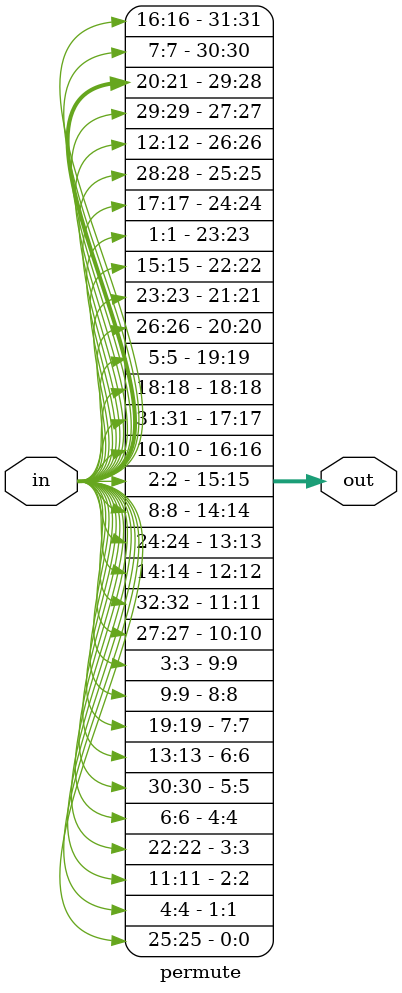
<source format=v>
module permute (input [1:32] in,output [1:32] out);
  assign out[1] = in [16];
  assign out[2] = in [7];
  assign out[3] = in [20];
  assign out[4] = in [21];
  assign out[5] = in [29];
  assign out[6] = in [12];
  assign out[7] = in [28];
  assign out[8] = in [17];
  assign out[9] = in [1];
  assign out[10] = in [15];
  assign out[11] = in [23];
  assign out[12] = in [26];
  assign out[13] = in [5];
  assign out[14] = in [18];
  assign out[15] = in [31];
  assign out[16] = in [10];
  assign out[17] = in [2];
  assign out[18] = in [8];
  assign out[19] = in [24];
  assign out[20] = in [14];
  assign out[21] = in [32];
  assign out[22] = in [27];
  assign out[23] = in [3];
  assign out[24] = in [9];
  assign out[25] = in [19];
  assign out[26] = in [13];
  assign out[27] = in [30];
  assign out[28] = in [6];
  assign out[29] = in [22];
  assign out[30] = in [11];
  assign out[31] = in [4];
  assign out[32] = in [25];
endmodule

</source>
